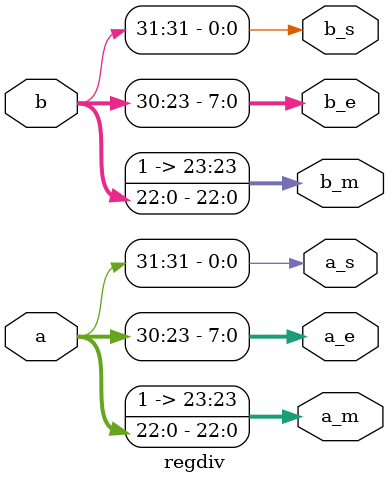
<source format=v>
`timescale 1ns / 1ps
module regdiv(
    input [31:0] a,
    input [31:0] b,
    output reg [23:0] a_m,
    output reg [7:0] a_e,
    output reg a_s,
    output reg [23:0] b_m,
    output reg [7:0] b_e,
    output reg b_s
    );

always @(a,b) begin
a_m={1'b1,a[22:0]};
a_e=a[30:23];
a_s=a[31];
b_m={1'b1,b[22:0]};
b_e=b[30:23];
b_s=b[31];
end

endmodule

</source>
